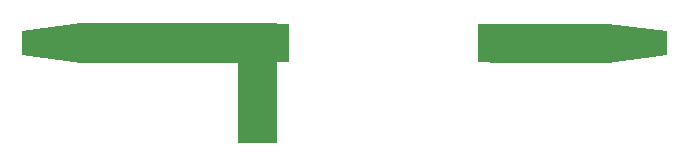
<source format=gbr>
G04 ===== Begin FILE IDENTIFICATION =====*
G04 File Format:  Gerber RS274X*
G04 ===== End FILE IDENTIFICATION =====*
%FSLAX24Y24*%
%MOIN*%
%SFA1.0000B1.0000*%
%OFA0.0B0.0*%
%ADD14R,0.039370X0.130593*%
%LNcond*%
%IPPOS*%
%LPD*%
G75*
D14*
X6678Y0D03*
X13384Y-8D03*
G36*
G01X13581Y-661D02*
G01X17518D01*
G01X19486Y-402D01*
G01Y386D01*
G01X17518Y645D01*
G01X13581D01*
G01Y-661D01*
G37*
G36*
G01X-2006Y-394D02*
G01X-37Y-653D01*
G01X5175D01*
G01Y-3348D01*
G01X6481D01*
G01Y653D01*
G01X-37D01*
G01X-2006Y394D01*
G01Y-394D01*
G37*
M02*


</source>
